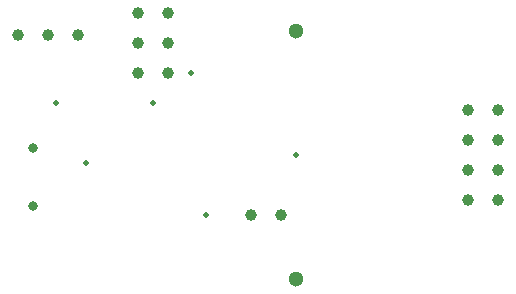
<source format=gbr>
%TF.GenerationSoftware,KiCad,Pcbnew,(5.0.2)-1*%
%TF.CreationDate,2019-01-29T16:00:04+01:00*%
%TF.ProjectId,Kontrola,4b6f6e74-726f-46c6-912e-6b696361645f,rev?*%
%TF.SameCoordinates,Original*%
%TF.FileFunction,Plated,1,2,PTH,Drill*%
%TF.FilePolarity,Positive*%
%FSLAX46Y46*%
G04 Gerber Fmt 4.6, Leading zero omitted, Abs format (unit mm)*
G04 Created by KiCad (PCBNEW (5.0.2)-1) date 2019-01-29 16:00:04*
%MOMM*%
%LPD*%
G01*
G04 APERTURE LIST*
%TA.AperFunction,ViaDrill*%
%ADD10C,0.500000*%
%TD*%
%TA.AperFunction,ComponentDrill*%
%ADD11C,0.800000*%
%TD*%
%TA.AperFunction,ComponentDrill*%
%ADD12C,1.000000*%
%TD*%
%TA.AperFunction,ComponentDrill*%
%ADD13C,1.300000*%
%TD*%
G04 APERTURE END LIST*
D10*
X161290000Y-60960000D03*
X163830000Y-66040000D03*
X169545000Y-60960000D03*
X172720000Y-58420000D03*
X173990000Y-70485000D03*
X181610000Y-65389001D03*
D11*
%TO.C,Y1*%
X159385000Y-64770000D03*
X159385000Y-69650000D03*
D12*
%TO.C,J2*%
X158115000Y-55245000D03*
X160655000Y-55245000D03*
X163195000Y-55245000D03*
%TO.C,J1*%
X177800000Y-70485000D03*
X180340000Y-70485000D03*
%TO.C,J3*%
X196215000Y-61595000D03*
X196215000Y-64135000D03*
X196215000Y-66675000D03*
X196215000Y-69215000D03*
X198755000Y-61595000D03*
X198755000Y-64135000D03*
X198755000Y-66675000D03*
X198755000Y-69215000D03*
%TO.C,J4*%
X168275000Y-53340000D03*
X168275000Y-55880000D03*
X168275000Y-58420000D03*
X170815000Y-53340000D03*
X170815000Y-55880000D03*
X170815000Y-58420000D03*
D13*
%TO.C,U1*%
X181610000Y-54890000D03*
X181610000Y-75890000D03*
M02*

</source>
